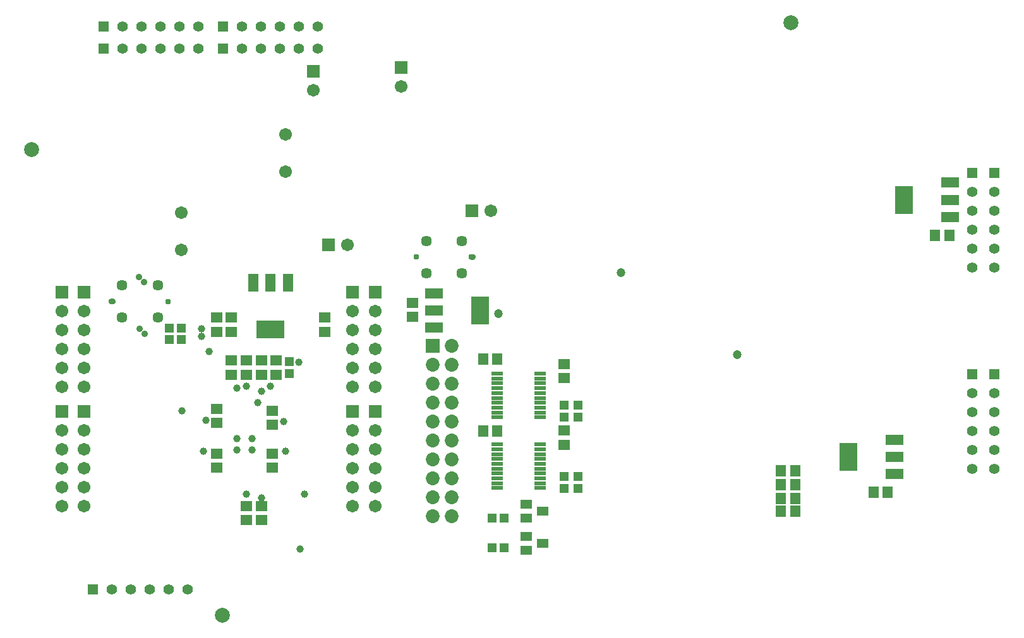
<source format=gbs>
G04*
G04 #@! TF.GenerationSoftware,Altium Limited,Altium Designer,24.5.2 (23)*
G04*
G04 Layer_Color=16711935*
%FSLAX25Y25*%
%MOIN*%
G70*
G04*
G04 #@! TF.SameCoordinates,87A27F8E-189C-4B0C-BDB5-44B7C51DF011*
G04*
G04*
G04 #@! TF.FilePolarity,Negative*
G04*
G01*
G75*
%ADD52R,0.04816X0.04501*%
%ADD53R,0.04501X0.04816*%
%ADD57R,0.05524X0.05918*%
%ADD60R,0.05918X0.05524*%
%ADD62C,0.07874*%
%ADD74R,0.06706X0.06706*%
%ADD85C,0.04737*%
%ADD89C,0.05709*%
%ADD90C,0.03044*%
%ADD91C,0.06706*%
%ADD92R,0.06706X0.06706*%
%ADD93R,0.07296X0.07296*%
%ADD94C,0.07296*%
%ADD95R,0.05603X0.05603*%
%ADD96C,0.05603*%
%ADD97R,0.05603X0.05603*%
%ADD98C,0.03950*%
%ADD99C,0.03556*%
%ADD131R,0.09461X0.05524*%
%ADD132R,0.09461X0.14580*%
G04:AMPARAMS|DCode=133|XSize=61.06mil|YSize=19.72mil|CornerRadius=2.97mil|HoleSize=0mil|Usage=FLASHONLY|Rotation=180.000|XOffset=0mil|YOffset=0mil|HoleType=Round|Shape=RoundedRectangle|*
%AMROUNDEDRECTD133*
21,1,0.06106,0.01378,0,0,180.0*
21,1,0.05512,0.01972,0,0,180.0*
1,1,0.00594,-0.02756,0.00689*
1,1,0.00594,0.02756,0.00689*
1,1,0.00594,0.02756,-0.00689*
1,1,0.00594,-0.02756,-0.00689*
%
%ADD133ROUNDEDRECTD133*%
%ADD134R,0.06312X0.04737*%
%ADD135R,0.05524X0.09461*%
%ADD136R,0.14580X0.09461*%
G36*
X57598Y180043D02*
X57520Y180047D01*
X57441Y180059D01*
X57362Y180071D01*
X57284Y180091D01*
X57209Y180114D01*
X57134Y180142D01*
X57059Y180169D01*
X56988Y180205D01*
X56917Y180244D01*
X56850Y180283D01*
X56787Y180331D01*
X56724Y180378D01*
X56661Y180429D01*
X56606Y180484D01*
X56551Y180539D01*
X56500Y180602D01*
X56453Y180665D01*
X56406Y180728D01*
X56366Y180799D01*
X56327Y180866D01*
X56291Y180937D01*
X56264Y181012D01*
X56236Y181087D01*
X56213Y181161D01*
X56193Y181240D01*
X56181Y181319D01*
X56169Y181398D01*
X56165Y181476D01*
X56161Y181555D01*
X56165Y181634D01*
X56169Y181713D01*
X56181Y181791D01*
X56193Y181870D01*
X56213Y181949D01*
X56236Y182024D01*
X56264Y182098D01*
X56291Y182173D01*
X56327Y182244D01*
X56366Y182311D01*
X56406Y182382D01*
X56453Y182445D01*
X56500Y182508D01*
X56551Y182571D01*
X56606Y182626D01*
X56661Y182681D01*
X56724Y182732D01*
X56787Y182780D01*
X56850Y182827D01*
X56917Y182866D01*
X56988Y182905D01*
X57059Y182941D01*
X57134Y182968D01*
X57209Y182996D01*
X57284Y183020D01*
X57362Y183039D01*
X57441Y183051D01*
X57520Y183063D01*
X57598Y183067D01*
X57677Y183071D01*
X58465D01*
X58543Y183067D01*
X58622Y183063D01*
X58701Y183051D01*
X58780Y183039D01*
X58858Y183020D01*
X58933Y182996D01*
X59008Y182968D01*
X59083Y182941D01*
X59153Y182905D01*
X59224Y182866D01*
X59291Y182827D01*
X59354Y182780D01*
X59417Y182732D01*
X59480Y182681D01*
X59535Y182626D01*
X59591Y182571D01*
X59642Y182508D01*
X59689Y182445D01*
X59736Y182382D01*
X59776Y182315D01*
X59815Y182244D01*
X59850Y182173D01*
X59878Y182098D01*
X59905Y182024D01*
X59929Y181949D01*
X59949Y181870D01*
X59961Y181791D01*
X59972Y181713D01*
X59976Y181634D01*
X59980Y181555D01*
X59976Y181476D01*
X59972Y181398D01*
X59961Y181319D01*
X59949Y181240D01*
X59929Y181161D01*
X59905Y181087D01*
X59878Y181012D01*
X59850Y180937D01*
X59815Y180866D01*
X59776Y180799D01*
X59736Y180728D01*
X59689Y180665D01*
X59642Y180602D01*
X59591Y180539D01*
X59535Y180484D01*
X59480Y180429D01*
X59417Y180378D01*
X59354Y180331D01*
X59291Y180283D01*
X59220Y180244D01*
X59153Y180205D01*
X59083Y180169D01*
X59008Y180142D01*
X58933Y180114D01*
X58858Y180091D01*
X58780Y180071D01*
X58701Y180059D01*
X58622Y180047D01*
X58543Y180043D01*
X58465Y180039D01*
X57677D01*
X57598Y180043D01*
D02*
G37*
G36*
X248529Y206581D02*
X248608Y206577D01*
X248687Y206565D01*
X248765Y206553D01*
X248844Y206534D01*
X248919Y206510D01*
X248994Y206482D01*
X249069Y206455D01*
X249139Y206419D01*
X249210Y206380D01*
X249277Y206341D01*
X249340Y206293D01*
X249403Y206246D01*
X249466Y206195D01*
X249521Y206140D01*
X249576Y206085D01*
X249628Y206022D01*
X249675Y205959D01*
X249722Y205896D01*
X249762Y205825D01*
X249801Y205758D01*
X249836Y205687D01*
X249864Y205612D01*
X249891Y205537D01*
X249915Y205463D01*
X249935Y205384D01*
X249947Y205305D01*
X249958Y205226D01*
X249962Y205148D01*
X249966Y205069D01*
X249962Y204990D01*
X249958Y204911D01*
X249947Y204833D01*
X249935Y204754D01*
X249915Y204675D01*
X249891Y204601D01*
X249864Y204526D01*
X249836Y204451D01*
X249801Y204380D01*
X249762Y204313D01*
X249722Y204242D01*
X249675Y204179D01*
X249628Y204116D01*
X249576Y204053D01*
X249521Y203998D01*
X249466Y203943D01*
X249403Y203892D01*
X249340Y203844D01*
X249277Y203797D01*
X249210Y203758D01*
X249139Y203719D01*
X249069Y203683D01*
X248994Y203656D01*
X248919Y203628D01*
X248844Y203604D01*
X248765Y203585D01*
X248687Y203573D01*
X248608Y203561D01*
X248529Y203557D01*
X248450Y203553D01*
X247663D01*
X247584Y203557D01*
X247506Y203561D01*
X247427Y203573D01*
X247348Y203585D01*
X247269Y203604D01*
X247195Y203628D01*
X247120Y203656D01*
X247045Y203683D01*
X246974Y203719D01*
X246903Y203758D01*
X246836Y203797D01*
X246773Y203844D01*
X246710Y203892D01*
X246647Y203943D01*
X246592Y203998D01*
X246537Y204053D01*
X246486Y204116D01*
X246439Y204179D01*
X246392Y204242D01*
X246352Y204309D01*
X246313Y204380D01*
X246277Y204451D01*
X246250Y204526D01*
X246222Y204601D01*
X246199Y204675D01*
X246179Y204754D01*
X246167Y204833D01*
X246155Y204911D01*
X246151Y204990D01*
X246147Y205069D01*
X246151Y205148D01*
X246155Y205226D01*
X246167Y205305D01*
X246179Y205384D01*
X246199Y205463D01*
X246222Y205537D01*
X246250Y205612D01*
X246277Y205687D01*
X246313Y205758D01*
X246352Y205825D01*
X246392Y205896D01*
X246439Y205959D01*
X246486Y206022D01*
X246537Y206085D01*
X246592Y206140D01*
X246647Y206195D01*
X246710Y206246D01*
X246773Y206293D01*
X246836Y206341D01*
X246907Y206380D01*
X246974Y206419D01*
X247045Y206455D01*
X247120Y206482D01*
X247195Y206510D01*
X247269Y206534D01*
X247348Y206553D01*
X247427Y206565D01*
X247506Y206577D01*
X247584Y206581D01*
X247663Y206585D01*
X248450D01*
X248529Y206581D01*
D02*
G37*
D52*
X151575Y149764D02*
D03*
Y143543D02*
D03*
X304038Y126787D02*
D03*
Y120567D02*
D03*
X296578Y126787D02*
D03*
Y120567D02*
D03*
X303829Y89018D02*
D03*
Y82798D02*
D03*
X296578Y89018D02*
D03*
Y82798D02*
D03*
D53*
X88425Y167323D02*
D03*
X94646D02*
D03*
X88425Y161417D02*
D03*
X94646D02*
D03*
X258701Y67167D02*
D03*
X264921D02*
D03*
X258701Y51444D02*
D03*
X264921D02*
D03*
D57*
X492323Y216535D02*
D03*
X499803D02*
D03*
X467321Y80760D02*
D03*
X459841D02*
D03*
X418563Y70644D02*
D03*
X411083D02*
D03*
X418563Y77618D02*
D03*
X411083D02*
D03*
X418563Y84941D02*
D03*
X411083D02*
D03*
X418563Y92100D02*
D03*
X411083D02*
D03*
X261280Y151277D02*
D03*
X253799D02*
D03*
X261280Y113189D02*
D03*
X253799D02*
D03*
D60*
X142717Y123819D02*
D03*
Y116339D02*
D03*
X113189Y124803D02*
D03*
Y117323D02*
D03*
X136811Y142913D02*
D03*
Y150394D02*
D03*
X144685D02*
D03*
Y142913D02*
D03*
X113189Y93701D02*
D03*
Y101181D02*
D03*
X121063Y150295D02*
D03*
Y142815D02*
D03*
X128937Y150295D02*
D03*
Y142815D02*
D03*
X142717Y93701D02*
D03*
Y101181D02*
D03*
X136811Y66043D02*
D03*
Y73524D02*
D03*
X128937Y66043D02*
D03*
Y73524D02*
D03*
X216535Y180905D02*
D03*
Y173425D02*
D03*
X296578Y141124D02*
D03*
Y148604D02*
D03*
Y105834D02*
D03*
Y113315D02*
D03*
X113189Y173031D02*
D03*
Y165551D02*
D03*
X121063Y173031D02*
D03*
Y165551D02*
D03*
X170276Y173031D02*
D03*
Y165551D02*
D03*
D62*
X416339Y328740D02*
D03*
X116142Y15748D02*
D03*
X15748Y261811D02*
D03*
D74*
X210630Y305197D02*
D03*
X164370Y303228D02*
D03*
X31496Y186417D02*
D03*
X43307D02*
D03*
X185039D02*
D03*
X196850D02*
D03*
X31496Y123425D02*
D03*
X43307D02*
D03*
X185039D02*
D03*
X196850D02*
D03*
D85*
X387795Y153543D02*
D03*
X326772Y196850D02*
D03*
X261811Y175197D02*
D03*
D89*
X63386Y190020D02*
D03*
X82284D02*
D03*
X63386Y173091D02*
D03*
X82284D02*
D03*
X223844Y213533D02*
D03*
X242742D02*
D03*
X223844Y196604D02*
D03*
X242742D02*
D03*
D90*
X87598Y181555D02*
D03*
X218529Y205069D02*
D03*
D91*
X210630Y295197D02*
D03*
X257953Y229331D02*
D03*
X182165Y211614D02*
D03*
X164370Y293228D02*
D03*
X94488Y228346D02*
D03*
Y208661D02*
D03*
X149606Y250000D02*
D03*
Y269685D02*
D03*
X31496Y136417D02*
D03*
Y146417D02*
D03*
Y156417D02*
D03*
Y166417D02*
D03*
Y176417D02*
D03*
X43307Y136417D02*
D03*
Y146417D02*
D03*
Y156417D02*
D03*
Y166417D02*
D03*
Y176417D02*
D03*
X185039Y136417D02*
D03*
Y146417D02*
D03*
Y156417D02*
D03*
Y166417D02*
D03*
Y176417D02*
D03*
X196850Y136417D02*
D03*
Y146417D02*
D03*
Y156417D02*
D03*
Y166417D02*
D03*
Y176417D02*
D03*
X31496Y73425D02*
D03*
Y83425D02*
D03*
Y93425D02*
D03*
Y103425D02*
D03*
Y113425D02*
D03*
X43307Y73425D02*
D03*
Y83425D02*
D03*
Y93425D02*
D03*
Y103425D02*
D03*
Y113425D02*
D03*
X185039Y73425D02*
D03*
Y83425D02*
D03*
Y93425D02*
D03*
Y103425D02*
D03*
Y113425D02*
D03*
X196850Y73425D02*
D03*
Y83425D02*
D03*
Y93425D02*
D03*
Y103425D02*
D03*
Y113425D02*
D03*
D92*
X247953Y229331D02*
D03*
X172165Y211614D02*
D03*
D93*
X227362Y157992D02*
D03*
D94*
X237362D02*
D03*
X227362Y147992D02*
D03*
X237362D02*
D03*
X227362Y137992D02*
D03*
X237362D02*
D03*
X227362Y127992D02*
D03*
X237362D02*
D03*
X227362Y117992D02*
D03*
X237362D02*
D03*
X227362Y107992D02*
D03*
X237362D02*
D03*
X227362Y97992D02*
D03*
X237362D02*
D03*
X227362Y87992D02*
D03*
X237362D02*
D03*
X227362Y77992D02*
D03*
X237362D02*
D03*
X227362Y67992D02*
D03*
X237362D02*
D03*
D95*
X53740Y314961D02*
D03*
X116732D02*
D03*
X53740Y326772D02*
D03*
X47835Y29528D02*
D03*
X116732Y326772D02*
D03*
D96*
X63740Y314961D02*
D03*
X73740D02*
D03*
X83740D02*
D03*
X93740D02*
D03*
X103740D02*
D03*
X126732D02*
D03*
X136732D02*
D03*
X146732D02*
D03*
X156732D02*
D03*
X166732D02*
D03*
X63740Y326772D02*
D03*
X73740D02*
D03*
X83740D02*
D03*
X93740D02*
D03*
X103740D02*
D03*
X57835Y29528D02*
D03*
X67835D02*
D03*
X77835D02*
D03*
X87835D02*
D03*
X97835D02*
D03*
X523622Y133110D02*
D03*
Y123110D02*
D03*
Y113110D02*
D03*
Y103110D02*
D03*
Y93110D02*
D03*
X511811Y239409D02*
D03*
Y229410D02*
D03*
Y219409D02*
D03*
Y209409D02*
D03*
Y199409D02*
D03*
X523622Y239409D02*
D03*
Y229410D02*
D03*
Y219409D02*
D03*
Y209409D02*
D03*
Y199409D02*
D03*
X126732Y326772D02*
D03*
X136732D02*
D03*
X146732D02*
D03*
X156732D02*
D03*
X166732D02*
D03*
X511811Y133110D02*
D03*
Y123110D02*
D03*
Y113110D02*
D03*
Y103110D02*
D03*
Y93110D02*
D03*
D97*
X523622Y143110D02*
D03*
X511811Y249410D02*
D03*
X523622D02*
D03*
X511811Y143110D02*
D03*
D98*
X159449Y79724D02*
D03*
X157307Y50631D02*
D03*
X136811Y77756D02*
D03*
X95104Y123848D02*
D03*
X106299Y102362D02*
D03*
X107503Y118915D02*
D03*
X105315Y163009D02*
D03*
Y167159D02*
D03*
X148622Y118110D02*
D03*
X149606Y102362D02*
D03*
X156496Y149606D02*
D03*
X109327Y155146D02*
D03*
X136918Y133957D02*
D03*
X128921Y136713D02*
D03*
X134953Y127965D02*
D03*
X141732Y136811D02*
D03*
X124016Y135728D02*
D03*
X131890Y103248D02*
D03*
Y109153D02*
D03*
X124016D02*
D03*
Y103248D02*
D03*
X128937Y79626D02*
D03*
D99*
X75380Y164302D02*
D03*
X72646Y166957D02*
D03*
X74803Y191929D02*
D03*
X72147Y194585D02*
D03*
D131*
X500394Y244291D02*
D03*
Y235236D02*
D03*
Y226181D02*
D03*
X470866Y90354D02*
D03*
Y99410D02*
D03*
Y108465D02*
D03*
X227953Y185827D02*
D03*
Y176772D02*
D03*
Y167717D02*
D03*
D132*
X475984Y235236D02*
D03*
X446457Y99410D02*
D03*
X252362Y176772D02*
D03*
D133*
X261221Y143405D02*
D03*
Y140847D02*
D03*
Y138287D02*
D03*
Y135728D02*
D03*
Y133169D02*
D03*
Y130610D02*
D03*
Y128051D02*
D03*
Y125492D02*
D03*
Y122933D02*
D03*
Y120374D02*
D03*
X284055D02*
D03*
Y122933D02*
D03*
Y125492D02*
D03*
Y128051D02*
D03*
Y130610D02*
D03*
Y133169D02*
D03*
Y135728D02*
D03*
Y138287D02*
D03*
Y140847D02*
D03*
Y143405D02*
D03*
X261221Y106004D02*
D03*
Y103445D02*
D03*
Y100886D02*
D03*
Y98327D02*
D03*
Y95768D02*
D03*
Y93209D02*
D03*
Y90650D02*
D03*
Y88091D02*
D03*
Y85532D02*
D03*
Y82973D02*
D03*
X284055D02*
D03*
Y85532D02*
D03*
Y88091D02*
D03*
Y90650D02*
D03*
Y93209D02*
D03*
Y95768D02*
D03*
Y98327D02*
D03*
Y100886D02*
D03*
Y103445D02*
D03*
Y106004D02*
D03*
D134*
X276772Y50046D02*
D03*
Y57526D02*
D03*
X285433Y53786D02*
D03*
X276772Y67126D02*
D03*
Y74606D02*
D03*
X285433Y70866D02*
D03*
D135*
X132677Y191339D02*
D03*
X141732D02*
D03*
X150787D02*
D03*
D136*
X141732Y166929D02*
D03*
M02*

</source>
